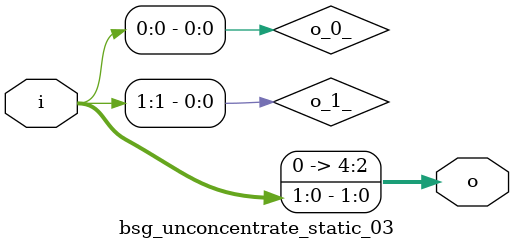
<source format=v>
module bsg_unconcentrate_static_03
(
  i,
  o
);

  input [1:0] i;
  output [4:0] o;
  wire [4:0] o;
  wire o_1_,o_0_;
  assign o[4] = 1'b0;
  assign o[3] = 1'b0;
  assign o[2] = 1'b0;
  assign o_1_ = i[1];
  assign o[1] = o_1_;
  assign o_0_ = i[0];
  assign o[0] = o_0_;

endmodule
</source>
